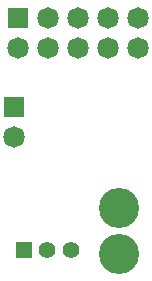
<source format=gbr>
G04 DipTrace 3.2.0.1*
G04 BottomMask.gbr*
%MOIN*%
G04 #@! TF.FileFunction,Soldermask,Bot*
G04 #@! TF.Part,Single*
%ADD38C,0.071654*%
%ADD40R,0.071654X0.071654*%
%ADD42C,0.055118*%
%ADD44R,0.055118X0.055118*%
%ADD50C,0.133858*%
%FSLAX26Y26*%
G04*
G70*
G90*
G75*
G01*
G04 BotMask*
%LPD*%
D50*
X839322Y641827D3*
Y488283D3*
D44*
X520070Y502289D3*
D42*
X598810D3*
X677550D3*
D40*
X488928Y980409D3*
D38*
Y880409D3*
X500000Y1177165D3*
X600000D3*
X700000D3*
X800000D3*
X900000D3*
Y1277165D3*
X800000D3*
X700000D3*
X600000D3*
D40*
X500000D3*
M02*

</source>
